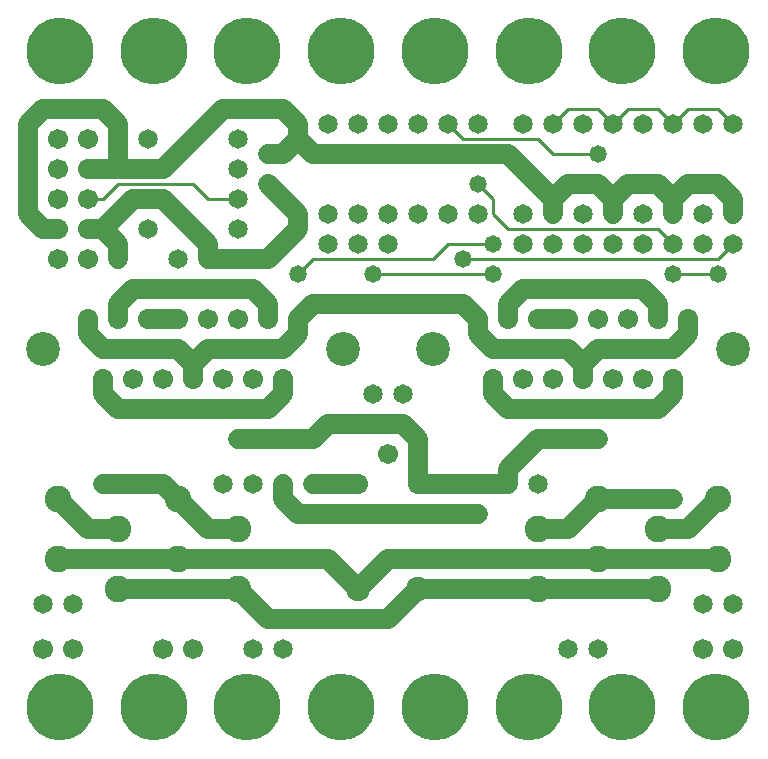
<source format=gbl>
%MOIN*%
%FSLAX25Y25*%
G04 D10 used for Character Trace; *
G04     Circle (OD=.01000) (No hole)*
G04 D11 used for Power Trace; *
G04     Circle (OD=.06500) (No hole)*
G04 D12 used for Signal Trace; *
G04     Circle (OD=.01100) (No hole)*
G04 D13 used for Via; *
G04     Circle (OD=.05800) (Round. Hole ID=.02800)*
G04 D14 used for Component hole; *
G04     Circle (OD=.06500) (Round. Hole ID=.03500)*
G04 D15 used for Component hole; *
G04     Circle (OD=.06700) (Round. Hole ID=.04300)*
G04 D16 used for Component hole; *
G04     Circle (OD=.08100) (Round. Hole ID=.05100)*
G04 D17 used for Component hole; *
G04     Circle (OD=.08900) (Round. Hole ID=.05900)*
G04 D18 used for Component hole; *
G04     Circle (OD=.11300) (Round. Hole ID=.08300)*
G04 D19 used for Component hole; *
G04     Circle (OD=.16000) (Round. Hole ID=.13000)*
G04 D20 used for Component hole; *
G04     Circle (OD=.18300) (Round. Hole ID=.15300)*
G04 D21 used for Component hole; *
G04     Circle (OD=.22291) (Round. Hole ID=.19291)*
%ADD10C,.01000*%
%ADD11C,.06500*%
%ADD12C,.01100*%
%ADD13C,.05800*%
%ADD14C,.06500*%
%ADD15C,.06700*%
%ADD16C,.08100*%
%ADD17C,.08900*%
%ADD18C,.11300*%
%ADD19C,.16000*%
%ADD20C,.18300*%
%ADD21C,.22291*%
%IPPOS*%
%LPD*%
G90*X0Y0D02*D21*X15625Y15625D03*D15*              
X20000Y35000D03*X10000D03*D21*X46875Y15625D03*D14*
X20000Y50000D03*X10000D03*D15*X50000Y35000D03*D17*
X35000Y55000D03*D11*X75000D01*D17*D03*D11*        
X85000Y45000D01*X125000D01*X135000Y55000D01*D16*  
D03*D11*X175000D01*D17*D03*D11*X215000D01*D17*D03*
D14*X230000Y50000D03*X195000Y35000D03*D11*        
X215000Y75000D02*X225000D01*D17*X215000D03*D13*   
X220000Y85000D03*D11*X195000D01*D17*D03*D11*      
X185000Y75000D01*X175000D01*D17*D03*D14*Y90000D03*
X165000D03*D11*X155000D01*D14*D03*D11*X135000D01* 
D15*D03*D11*Y105000D01*X130000Y110000D01*D14*D03* 
D11*X120000D01*D14*D03*D11*X105000D01*            
X100000Y105000D01*X75000D01*D13*D03*D11*          
X35000Y115000D02*X85000D01*X35000D02*             
X30000Y120000D01*Y125000D01*D15*D03*X40000D03*D11*
X30000Y135000D02*X55000D01*X60000Y130000D01*      
Y125000D01*D15*D03*D11*Y130000D02*                
X65000Y135000D01*X90000D01*X95000Y140000D01*      
Y145000D01*D15*D03*D11*X100000Y150000D01*         
X125000D01*D13*D03*D11*X150000D01*                
X155000Y145000D01*D15*D03*D11*Y140000D01*         
X160000Y135000D01*X185000D01*X190000Y130000D01*   
Y125000D01*D15*D03*D11*Y130000D02*                
X195000Y135000D01*X220000D01*X225000Y140000D01*   
Y145000D01*D15*D03*D11*X215000D02*Y150000D01*D15* 
Y145000D03*D11*Y150000D02*X210000Y155000D01*      
X170000D01*X165000Y150000D01*Y145000D01*D15*D03*  
X175000D03*D11*X185000D01*D15*D03*X195000D03*     
X170000Y125000D03*X180000D03*X205000Y145000D03*   
X200000Y125000D03*D14*X210000Y170000D03*D13*      
X160000D03*D12*X145000D01*X140000Y165000D01*      
X100000D01*X95000Y160000D01*D13*D03*D14*          
X105000Y170000D03*D11*X85000Y145000D02*Y150000D01*
D15*Y145000D03*D11*Y150000D02*X80000Y155000D01*   
X40000D01*X35000Y150000D01*Y145000D01*D15*D03*D11*
X30000Y135000D02*X25000Y140000D01*Y145000D01*D15* 
D03*D18*X10000Y135000D03*D13*X35000Y165000D03*D11*
Y170000D01*X30000Y175000D01*X25000D01*D15*D03*D11*
X30000D02*X40000Y185000D01*X45000D01*D14*D03*D11* 
X50000D01*X65000Y170000D01*Y165000D01*D14*D03*D11*
X85000D01*X95000Y175000D01*Y180000D01*D14*D03*D11*
X85000Y190000D01*D14*D03*D11*Y200000D02*X90000D01*
D14*X85000D03*D11*X90000D02*X95000Y205000D01*     
X100000Y200000D01*X165000D01*X180000Y185000D01*   
Y180000D01*D14*D03*D11*Y185000D02*                
X185000Y190000D01*X195000D01*X200000Y185000D01*   
Y180000D01*D14*D03*D11*Y185000D02*                
X205000Y190000D01*X215000D01*X220000Y185000D01*   
Y180000D01*D14*D03*D12*Y170000D02*                
X215000Y175000D01*D14*X220000Y170000D03*D12*      
X165000Y175000D02*X215000D01*X165000D02*          
X160000Y180000D01*Y185000D01*X155000Y190000D01*   
D13*D03*D14*X145000Y180000D03*X155000D03*         
X170000D03*D12*X150000Y205000D02*X175000D01*      
X180000Y200000D01*X195000D01*D13*D03*D14*         
X200000Y210000D03*D12*X205000Y215000D01*          
X215000D01*X220000Y210000D01*D14*D03*D12*         
X225000Y215000D01*X235000D01*X240000Y210000D01*   
D14*D03*X230000D03*D11*X220000Y185000D02*         
X225000Y190000D01*X235000D01*X240000Y185000D01*   
Y180000D01*D14*D03*X230000Y170000D03*Y180000D03*  
X240000Y170000D03*D12*X235000Y165000D01*          
X150000D01*D13*D03*X160000Y160000D03*D12*         
X120000D01*D13*D03*D14*X125000Y170000D03*         
X115000D03*X135000Y180000D03*X125000D03*          
X115000D03*X105000D03*D18*X110000Y135000D03*      
X140000D03*D15*X90000Y125000D03*D11*Y120000D01*   
X85000Y115000D01*D15*X80000Y125000D03*X70000D03*  
D14*Y90000D03*X80000D03*X90000D03*D11*Y85000D01*  
X95000Y80000D01*X125000D01*D13*D03*D11*X155000D01*
D14*D03*D11*X165000Y90000D02*Y95000D01*           
X175000Y105000D01*X195000D01*D13*D03*D15*         
X210000Y125000D03*D11*X165000Y115000D02*          
X215000D01*X165000D02*X160000Y120000D01*          
Y125000D01*D15*D03*D14*X130000Y120000D03*D15*     
X125000Y100000D03*D14*X120000Y120000D03*          
X200000Y170000D03*X190000D03*X180000D03*          
X170000D03*D15*X115000Y90000D03*D11*X100000D01*   
D14*D03*D11*X115000Y55000D02*X125000Y65000D01*D16*
X115000Y55000D03*D11*X105000Y65000D01*X55000D01*  
D17*D03*D11*X15000D01*D17*D03*D11*X25000Y75000D02*
X35000D01*D17*D03*D11*X25000D02*X15000Y85000D01*  
D17*D03*D13*X30000Y90000D03*D11*X50000D01*        
X55000Y85000D01*D17*D03*D11*X65000Y75000D01*      
X75000D01*D17*D03*D15*X60000Y35000D03*D14*        
X80000D03*X90000D03*D11*X125000Y65000D02*         
X195000D01*D17*D03*D11*X235000D01*D17*D03*D11*    
X225000Y75000D02*X235000Y85000D01*D17*D03*D11*    
X215000Y115000D02*X220000Y120000D01*Y125000D01*   
D15*D03*D18*X240000Y135000D03*D13*                
X235000Y160000D03*D12*X220000D01*D13*D03*D14*     
X210000Y180000D03*X190000D03*X170000Y210000D03*   
X210000D03*D12*X200000D02*X195000Y215000D01*      
X185000D01*X180000Y210000D01*D14*D03*X190000D03*  
D21*X203125Y234375D03*D14*X155000Y210000D03*D21*  
X171875Y234375D03*D12*X150000Y205000D02*          
X145000Y210000D01*D14*D03*X135000D03*X125000D03*  
D21*X140625Y234375D03*D14*X115000Y210000D03*D21*  
X109375Y234375D03*D14*X105000Y210000D03*X95000D03*
D11*Y205000D01*Y210000D02*X90000Y215000D01*       
X70000D01*X50000Y195000D01*X45000D01*D14*D03*D11* 
X35000D01*X25000D01*D15*D03*X15000Y205000D03*     
Y185000D03*D12*X30000D02*X35000Y190000D01*        
X25000Y185000D02*X30000D01*D15*X25000D03*D11*     
X35000Y195000D02*Y210000D01*X30000Y215000D01*     
X10000D01*X5000Y210000D01*Y180000D01*             
X10000Y175000D01*X15000D01*D15*D03*               
X25000Y165000D03*X15000D03*Y195000D03*D12*        
X35000Y190000D02*X60000D01*X65000Y185000D01*      
X75000D01*D14*D03*Y195000D03*Y175000D03*          
X55000Y165000D03*X75000Y205000D03*X45000D03*      
Y175000D03*D15*Y145000D03*D11*X55000D01*D15*D03*  
X65000D03*X50000Y125000D03*X75000Y145000D03*      
X25000Y205000D03*D21*X78125Y234375D03*X46875D03*  
X15625D03*D14*X185000Y35000D03*D21*               
X78125Y15625D03*X109375D03*X140625D03*X171875D03* 
X203125D03*D15*X230000Y35000D03*D21*              
X234375Y15625D03*Y234375D03*D15*X240000Y35000D03* 
D14*Y50000D03*M02*                                

</source>
